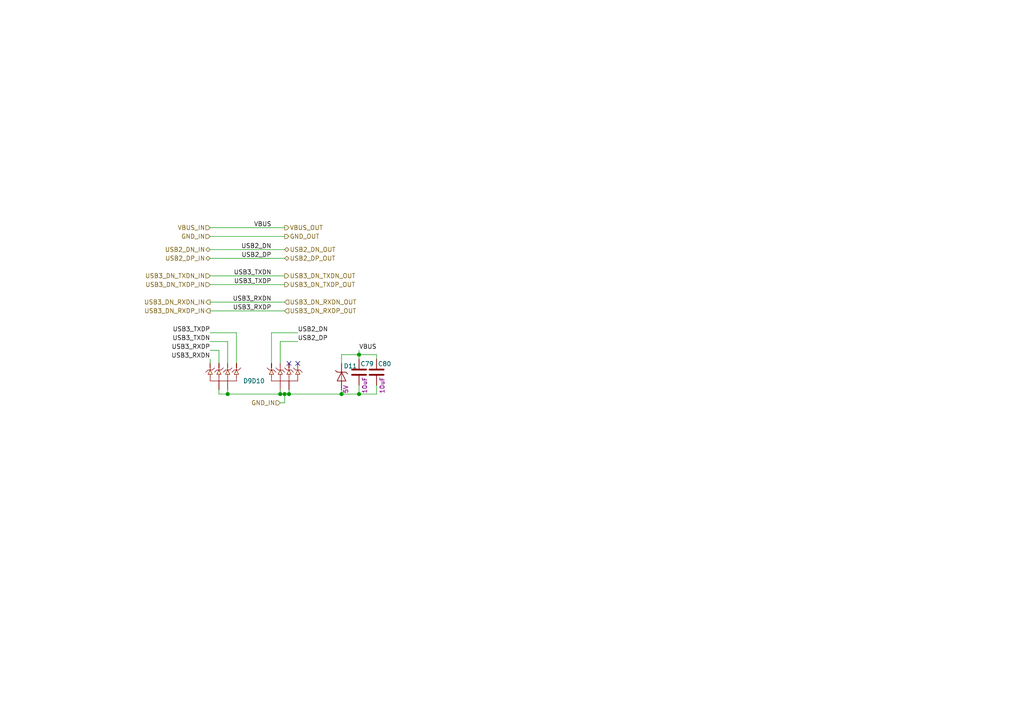
<source format=kicad_sch>
(kicad_sch (version 20210606) (generator eeschema)

  (uuid 375e9281-0a12-4a26-a971-15fe2687d67c)

  (paper "A4")

  (lib_symbols
    (symbol "capacitors:GRM21BR61H106ME43" (pin_numbers hide) (pin_names (offset 0.254)) (in_bom yes) (on_board yes)
      (property "Reference" "C" (id 0) (at 0.635 2.54 0)
        (effects (font (size 1.27 1.27)) (justify left))
      )
      (property "Value" "GRM21BR61H106ME43" (id 1) (at 0.635 -2.54 0)
        (effects (font (size 1.27 1.27)) (justify left) hide)
      )
      (property "Footprint" "footprints:CAPACITOR_0805N" (id 2) (at 0.9652 -3.81 0)
        (effects (font (size 1.27 1.27)) hide)
      )
      (property "Datasheet" "" (id 3) (at 0 0 0)
        (effects (font (size 1.27 1.27)) hide)
      )
      (property "id" "10uF" (id 4) (at -3.81 2.54 0)
        (effects (font (size 1.27 1.27)))
      )
      (property "manf" "Murata Electronics" (id 5) (at 0 0 0)
        (effects (font (size 1.27 1.27)) hide)
      )
      (property "ki_keywords" "10uF ±20% 50V Ceramic Capacitor X5R 0805 (2012 Metric)" (id 6) (at 0 0 0)
        (effects (font (size 1.27 1.27)) hide)
      )
      (property "ki_description" "10uF ±20% 50V Ceramic Capacitor X5R 0805 (2012 Metric)" (id 7) (at 0 0 0)
        (effects (font (size 1.27 1.27)) hide)
      )
      (property "ki_fp_filters" "C_*" (id 8) (at 0 0 0)
        (effects (font (size 1.27 1.27)) hide)
      )
      (symbol "GRM21BR61H106ME43_0_1"
        (polyline
          (pts
            (xy -2.032 -0.762)
            (xy 2.032 -0.762)
          )
          (stroke (width 0.508)) (fill (type none))
        )
        (polyline
          (pts
            (xy -2.032 0.762)
            (xy 2.032 0.762)
          )
          (stroke (width 0.508)) (fill (type none))
        )
      )
      (symbol "GRM21BR61H106ME43_1_1"
        (pin passive line (at 0 3.81 270) (length 2.794)
          (name "~" (effects (font (size 1.27 1.27))))
          (number "1" (effects (font (size 1.27 1.27))))
        )
        (pin passive line (at 0 -3.81 90) (length 2.794)
          (name "~" (effects (font (size 1.27 1.27))))
          (number "2" (effects (font (size 1.27 1.27))))
        )
      )
    )
    (symbol "diodes:ESD9X3.3ST5G" (pin_numbers hide) (pin_names (offset 1.016) hide) (in_bom yes) (on_board yes)
      (property "Reference" "D" (id 0) (at 0 2.54 0)
        (effects (font (size 1.27 1.27)))
      )
      (property "Value" "ESD9X3.3ST5G" (id 1) (at 0 -2.54 0)
        (effects (font (size 1.27 1.27)) hide)
      )
      (property "Footprint" "footprints:SODFL1006X43N" (id 2) (at 0 0 0)
        (effects (font (size 1.27 1.27)) hide)
      )
      (property "Datasheet" "" (id 3) (at 0 0 0)
        (effects (font (size 1.27 1.27)) hide)
      )
      (property "id" "5V" (id 4) (at 0 0 0)
        (effects (font (size 1.27 1.27)))
      )
      (property "manf" "ON Semiconductor" (id 5) (at 0 0 0)
        (effects (font (size 1.27 1.27)) hide)
      )
      (property "ki_keywords" "10.4V Clamp 9.8A (8/20µs) Ipp Tvs Diode Surface Mount SOD-923" (id 6) (at 0 0 0)
        (effects (font (size 1.27 1.27)) hide)
      )
      (property "ki_description" "10.4V Clamp 9.8A (8/20µs) Ipp Tvs Diode Surface Mount SOD-923" (id 7) (at 0 0 0)
        (effects (font (size 1.27 1.27)) hide)
      )
      (symbol "ESD9X3.3ST5G_0_1"
        (polyline
          (pts
            (xy -1.27 -1.27)
            (xy -1.778 -1.778)
          )
          (stroke (width 0.2032)) (fill (type none))
        )
        (polyline
          (pts
            (xy -1.27 1.27)
            (xy -1.27 -1.27)
          )
          (stroke (width 0.2032)) (fill (type none))
        )
        (polyline
          (pts
            (xy -1.27 1.27)
            (xy -0.762 1.778)
          )
          (stroke (width 0.2032)) (fill (type none))
        )
        (polyline
          (pts
            (xy 1.27 0)
            (xy -1.27 0)
          )
          (stroke (width 0)) (fill (type none))
        )
        (polyline
          (pts
            (xy 1.27 1.27)
            (xy 1.27 -1.27)
            (xy -1.27 0)
            (xy 1.27 1.27)
          )
          (stroke (width 0.2032)) (fill (type none))
        )
      )
      (symbol "ESD9X3.3ST5G_1_1"
        (pin passive line (at 3.81 0 180) (length 2.54)
          (name "A" (effects (font (size 1.27 1.27))))
          (number "A" (effects (font (size 1.27 1.27))))
        )
        (pin passive line (at -3.81 0 0) (length 2.54)
          (name "C" (effects (font (size 1.27 1.27))))
          (number "C" (effects (font (size 1.27 1.27))))
        )
      )
    )
    (symbol "mte_usb_hub:ESD8004MUTAG" (pin_numbers hide) (pin_names (offset 1.016) hide) (in_bom yes) (on_board yes)
      (property "Reference" "D" (id 0) (at 0 0 0)
        (effects (font (size 1.27 1.27)))
      )
      (property "Value" "ESD8004MUTAG" (id 1) (at 0 17.78 0)
        (effects (font (size 1.27 1.27)) hide)
      )
      (property "Footprint" "" (id 2) (at 0 0 0)
        (effects (font (size 1.27 1.27)) hide)
      )
      (property "Datasheet" "" (id 3) (at 0 0 0)
        (effects (font (size 1.27 1.27)) hide)
      )
      (property "id" "ESD8004MUTAG" (id 4) (at 0 17.78 0)
        (effects (font (size 1.27 1.27)) hide)
      )
      (property "manf" "ON Semiconductor" (id 5) (at 0 17.78 0)
        (effects (font (size 1.27 1.27)) hide)
      )
      (property "ki_keywords" "8V (Typ) Clamp 16A Ipp Tvs Diode Surface Mount 10-UDFN (2.5x1)" (id 6) (at 0 0 0)
        (effects (font (size 1.27 1.27)) hide)
      )
      (property "ki_description" "8V (Typ) Clamp 16A Ipp Tvs Diode Surface Mount 10-UDFN (2.5x1)" (id 7) (at 0 0 0)
        (effects (font (size 1.27 1.27)) hide)
      )
      (symbol "ESD8004MUTAG_0_1"
        (polyline
          (pts
            (xy -3.81 0)
            (xy 3.81 0)
          )
          (stroke (width 0)) (fill (type none))
        )
        (polyline
          (pts
            (xy -3.81 1.27)
            (xy -3.81 0)
          )
          (stroke (width 0)) (fill (type none))
        )
        (polyline
          (pts
            (xy -3.81 1.905)
            (xy -3.81 1.27)
          )
          (stroke (width 0)) (fill (type none))
        )
        (polyline
          (pts
            (xy -3.81 3.175)
            (xy -3.81 3.81)
          )
          (stroke (width 0)) (fill (type none))
        )
        (polyline
          (pts
            (xy 1.27 1.27)
            (xy 1.27 0)
          )
          (stroke (width 0)) (fill (type none))
        )
        (polyline
          (pts
            (xy 1.27 1.905)
            (xy 1.27 1.27)
          )
          (stroke (width 0)) (fill (type none))
        )
        (polyline
          (pts
            (xy 1.27 3.175)
            (xy 1.27 3.81)
          )
          (stroke (width 0)) (fill (type none))
        )
        (polyline
          (pts
            (xy -3.81 3.175)
            (xy -4.445 3.175)
            (xy -5.08 2.54)
          )
          (stroke (width 0)) (fill (type none))
        )
        (polyline
          (pts
            (xy -3.81 3.175)
            (xy -3.175 3.175)
            (xy -2.54 3.81)
          )
          (stroke (width 0)) (fill (type none))
        )
        (polyline
          (pts
            (xy 1.27 3.175)
            (xy 0.635 3.175)
            (xy 0 2.54)
          )
          (stroke (width 0)) (fill (type none))
        )
        (polyline
          (pts
            (xy 1.27 3.175)
            (xy 1.905 3.175)
            (xy 2.54 3.81)
          )
          (stroke (width 0)) (fill (type none))
        )
        (polyline
          (pts
            (xy -3.81 3.175)
            (xy -4.445 1.905)
            (xy -3.175 1.905)
            (xy -3.81 3.175)
          )
          (stroke (width 0)) (fill (type background))
        )
        (polyline
          (pts
            (xy 1.27 3.175)
            (xy 0.635 1.905)
            (xy 1.905 1.905)
            (xy 1.27 3.175)
          )
          (stroke (width 0)) (fill (type background))
        )
      )
      (symbol "ESD8004MUTAG_1_1"
        (polyline
          (pts
            (xy -1.27 1.27)
            (xy -1.27 0)
          )
          (stroke (width 0)) (fill (type none))
        )
        (polyline
          (pts
            (xy -1.27 1.905)
            (xy -1.27 1.27)
          )
          (stroke (width 0)) (fill (type none))
        )
        (polyline
          (pts
            (xy -1.27 3.175)
            (xy -1.27 3.81)
          )
          (stroke (width 0)) (fill (type none))
        )
        (polyline
          (pts
            (xy 3.81 1.27)
            (xy 3.81 0)
          )
          (stroke (width 0)) (fill (type none))
        )
        (polyline
          (pts
            (xy 3.81 1.905)
            (xy 3.81 1.27)
          )
          (stroke (width 0)) (fill (type none))
        )
        (polyline
          (pts
            (xy 3.81 3.175)
            (xy 3.81 3.81)
          )
          (stroke (width 0)) (fill (type none))
        )
        (polyline
          (pts
            (xy -1.27 3.175)
            (xy -1.905 3.175)
            (xy -2.54 2.54)
          )
          (stroke (width 0)) (fill (type none))
        )
        (polyline
          (pts
            (xy -1.27 3.175)
            (xy -0.635 3.175)
            (xy 0 3.81)
          )
          (stroke (width 0)) (fill (type none))
        )
        (polyline
          (pts
            (xy 3.81 3.175)
            (xy 3.175 3.175)
            (xy 2.54 2.54)
          )
          (stroke (width 0)) (fill (type none))
        )
        (polyline
          (pts
            (xy 3.81 3.175)
            (xy 4.445 3.175)
            (xy 5.08 3.81)
          )
          (stroke (width 0)) (fill (type none))
        )
        (polyline
          (pts
            (xy -1.27 3.175)
            (xy -1.905 1.905)
            (xy -0.635 1.905)
            (xy -1.27 3.175)
          )
          (stroke (width 0)) (fill (type background))
        )
        (polyline
          (pts
            (xy 3.81 3.175)
            (xy 3.175 1.905)
            (xy 4.445 1.905)
            (xy 3.81 3.175)
          )
          (stroke (width 0)) (fill (type background))
        )
        (pin passive line (at -3.81 5.08 270) (length 1.27)
          (name "~" (effects (font (size 1.27 1.27))))
          (number "1" (effects (font (size 1.27 1.27))))
        )
        (pin passive line (at -3.81 5.08 270) (length 1.27)
          (name "~" (effects (font (size 1.27 1.27))))
          (number "10" (effects (font (size 1.27 1.27))))
        )
        (pin passive line (at -1.27 5.08 270) (length 1.27)
          (name "~" (effects (font (size 1.27 1.27))))
          (number "2" (effects (font (size 1.27 1.27))))
        )
        (pin passive line (at -1.27 -2.54 90) (length 2.54)
          (name "~" (effects (font (size 1.27 1.27))))
          (number "3" (effects (font (size 1.27 1.27))))
        )
        (pin passive line (at 1.27 5.08 270) (length 1.27)
          (name "~" (effects (font (size 1.27 1.27))))
          (number "4" (effects (font (size 1.27 1.27))))
        )
        (pin passive line (at 3.81 5.08 270) (length 1.27)
          (name "~" (effects (font (size 1.27 1.27))))
          (number "5" (effects (font (size 1.27 1.27))))
        )
        (pin passive line (at 3.81 5.08 270) (length 1.27)
          (name "~" (effects (font (size 1.27 1.27))))
          (number "6" (effects (font (size 1.27 1.27))))
        )
        (pin passive line (at 1.27 5.08 270) (length 1.27)
          (name "~" (effects (font (size 1.27 1.27))))
          (number "7" (effects (font (size 1.27 1.27))))
        )
        (pin passive line (at 1.27 -2.54 90) (length 2.54)
          (name "~" (effects (font (size 1.27 1.27))))
          (number "8" (effects (font (size 1.27 1.27))))
        )
        (pin passive line (at -1.27 5.08 270) (length 1.27)
          (name "~" (effects (font (size 1.27 1.27))))
          (number "9" (effects (font (size 1.27 1.27))))
        )
      )
    )
  )

  (junction (at 66.04 114.3) (diameter 1.016) (color 0 0 0 0))
  (junction (at 81.28 114.3) (diameter 1.016) (color 0 0 0 0))
  (junction (at 82.55 114.3) (diameter 1.016) (color 0 0 0 0))
  (junction (at 83.82 114.3) (diameter 1.016) (color 0 0 0 0))
  (junction (at 99.06 114.3) (diameter 1.016) (color 0 0 0 0))
  (junction (at 104.14 102.87) (diameter 1.016) (color 0 0 0 0))
  (junction (at 104.14 114.3) (diameter 1.016) (color 0 0 0 0))

  (no_connect (at 83.82 105.41) (uuid adb85b19-5df4-48dc-a7a5-0c18a809c73e))
  (no_connect (at 86.36 105.41) (uuid adb85b19-5df4-48dc-a7a5-0c18a809c73e))

  (wire (pts (xy 60.96 66.04) (xy 82.55 66.04))
    (stroke (width 0) (type solid) (color 0 0 0 0))
    (uuid eb8cacda-e33d-4e16-9f65-1f7fe6d984b7)
  )
  (wire (pts (xy 60.96 68.58) (xy 82.55 68.58))
    (stroke (width 0) (type solid) (color 0 0 0 0))
    (uuid e0ab642e-6334-45d8-9ee9-b297391f0b2f)
  )
  (wire (pts (xy 60.96 72.39) (xy 82.55 72.39))
    (stroke (width 0) (type solid) (color 0 0 0 0))
    (uuid 462f6a91-e2d0-4e3b-b053-a02d2639d7b9)
  )
  (wire (pts (xy 60.96 74.93) (xy 82.55 74.93))
    (stroke (width 0) (type solid) (color 0 0 0 0))
    (uuid 3778d9f8-683a-45b2-9850-dc2577dde114)
  )
  (wire (pts (xy 60.96 80.01) (xy 82.55 80.01))
    (stroke (width 0) (type solid) (color 0 0 0 0))
    (uuid ce05beca-c29f-4418-9a32-1d94308ff237)
  )
  (wire (pts (xy 60.96 82.55) (xy 82.55 82.55))
    (stroke (width 0) (type solid) (color 0 0 0 0))
    (uuid 9d5c48fb-8a58-4c29-aa8d-deaa57b1ee81)
  )
  (wire (pts (xy 60.96 87.63) (xy 82.55 87.63))
    (stroke (width 0) (type solid) (color 0 0 0 0))
    (uuid bbc7b949-5361-4255-90c9-f5b5267d301f)
  )
  (wire (pts (xy 60.96 90.17) (xy 82.55 90.17))
    (stroke (width 0) (type solid) (color 0 0 0 0))
    (uuid 0202cb86-2da4-4f40-a7d1-39df992800a6)
  )
  (wire (pts (xy 60.96 104.14) (xy 60.96 105.41))
    (stroke (width 0) (type solid) (color 0 0 0 0))
    (uuid f65622bc-16ee-4a86-92a0-8c2ca350e0cf)
  )
  (wire (pts (xy 63.5 101.6) (xy 60.96 101.6))
    (stroke (width 0) (type solid) (color 0 0 0 0))
    (uuid bca238c4-c618-4745-a409-3194ffe93999)
  )
  (wire (pts (xy 63.5 105.41) (xy 63.5 101.6))
    (stroke (width 0) (type solid) (color 0 0 0 0))
    (uuid bca238c4-c618-4745-a409-3194ffe93999)
  )
  (wire (pts (xy 63.5 113.03) (xy 63.5 114.3))
    (stroke (width 0) (type solid) (color 0 0 0 0))
    (uuid 5a62d24a-5445-47e3-91b5-79d200b5d5a9)
  )
  (wire (pts (xy 63.5 114.3) (xy 66.04 114.3))
    (stroke (width 0) (type solid) (color 0 0 0 0))
    (uuid f8c58f5e-e2b0-40a9-ab10-ab55990bfb23)
  )
  (wire (pts (xy 66.04 99.06) (xy 60.96 99.06))
    (stroke (width 0) (type solid) (color 0 0 0 0))
    (uuid 97d8151b-2b60-432b-85b0-0478a6bdb062)
  )
  (wire (pts (xy 66.04 105.41) (xy 66.04 99.06))
    (stroke (width 0) (type solid) (color 0 0 0 0))
    (uuid 97d8151b-2b60-432b-85b0-0478a6bdb062)
  )
  (wire (pts (xy 66.04 113.03) (xy 66.04 114.3))
    (stroke (width 0) (type solid) (color 0 0 0 0))
    (uuid f8c58f5e-e2b0-40a9-ab10-ab55990bfb23)
  )
  (wire (pts (xy 66.04 114.3) (xy 81.28 114.3))
    (stroke (width 0) (type solid) (color 0 0 0 0))
    (uuid ed3b304c-eebe-4e14-9743-caf2b1b4f628)
  )
  (wire (pts (xy 68.58 96.52) (xy 60.96 96.52))
    (stroke (width 0) (type solid) (color 0 0 0 0))
    (uuid cbafb4d8-e08c-4d81-be24-1976a2f2c0f0)
  )
  (wire (pts (xy 68.58 105.41) (xy 68.58 96.52))
    (stroke (width 0) (type solid) (color 0 0 0 0))
    (uuid cbafb4d8-e08c-4d81-be24-1976a2f2c0f0)
  )
  (wire (pts (xy 78.74 96.52) (xy 86.36 96.52))
    (stroke (width 0) (type solid) (color 0 0 0 0))
    (uuid 99ad5869-d453-4e0e-9fa5-c764109f4ba6)
  )
  (wire (pts (xy 78.74 105.41) (xy 78.74 96.52))
    (stroke (width 0) (type solid) (color 0 0 0 0))
    (uuid cde0d7be-8313-4a4b-91a8-d9e572e6efe9)
  )
  (wire (pts (xy 81.28 99.06) (xy 86.36 99.06))
    (stroke (width 0) (type solid) (color 0 0 0 0))
    (uuid 8c37178f-9180-430c-8bca-7813ed136331)
  )
  (wire (pts (xy 81.28 105.41) (xy 81.28 99.06))
    (stroke (width 0) (type solid) (color 0 0 0 0))
    (uuid cb1395a1-b7a0-4161-9c77-036191993eaa)
  )
  (wire (pts (xy 81.28 113.03) (xy 81.28 114.3))
    (stroke (width 0) (type solid) (color 0 0 0 0))
    (uuid ed3b304c-eebe-4e14-9743-caf2b1b4f628)
  )
  (wire (pts (xy 81.28 114.3) (xy 82.55 114.3))
    (stroke (width 0) (type solid) (color 0 0 0 0))
    (uuid 188c5894-f1c1-4422-b0a4-bde0ce0e0b7f)
  )
  (wire (pts (xy 81.28 116.84) (xy 82.55 116.84))
    (stroke (width 0) (type solid) (color 0 0 0 0))
    (uuid 5a62d24a-5445-47e3-91b5-79d200b5d5a9)
  )
  (wire (pts (xy 82.55 114.3) (xy 83.82 114.3))
    (stroke (width 0) (type solid) (color 0 0 0 0))
    (uuid 188c5894-f1c1-4422-b0a4-bde0ce0e0b7f)
  )
  (wire (pts (xy 82.55 116.84) (xy 82.55 114.3))
    (stroke (width 0) (type solid) (color 0 0 0 0))
    (uuid 5a62d24a-5445-47e3-91b5-79d200b5d5a9)
  )
  (wire (pts (xy 83.82 113.03) (xy 83.82 114.3))
    (stroke (width 0) (type solid) (color 0 0 0 0))
    (uuid 188c5894-f1c1-4422-b0a4-bde0ce0e0b7f)
  )
  (wire (pts (xy 99.06 102.87) (xy 99.06 105.41))
    (stroke (width 0) (type solid) (color 0 0 0 0))
    (uuid daced3d4-727b-4675-98da-e3e2eb76a2fb)
  )
  (wire (pts (xy 99.06 102.87) (xy 104.14 102.87))
    (stroke (width 0) (type solid) (color 0 0 0 0))
    (uuid 47556ca4-f882-4427-9989-0c6b5e3e7a75)
  )
  (wire (pts (xy 99.06 113.03) (xy 99.06 114.3))
    (stroke (width 0) (type solid) (color 0 0 0 0))
    (uuid e9172647-c30d-4952-8d66-aed8e54ce37e)
  )
  (wire (pts (xy 99.06 114.3) (xy 83.82 114.3))
    (stroke (width 0) (type solid) (color 0 0 0 0))
    (uuid e9172647-c30d-4952-8d66-aed8e54ce37e)
  )
  (wire (pts (xy 104.14 101.6) (xy 104.14 102.87))
    (stroke (width 0) (type solid) (color 0 0 0 0))
    (uuid 2ec9411f-166a-463b-98a8-9db826932cdf)
  )
  (wire (pts (xy 104.14 102.87) (xy 109.22 102.87))
    (stroke (width 0) (type solid) (color 0 0 0 0))
    (uuid 47556ca4-f882-4427-9989-0c6b5e3e7a75)
  )
  (wire (pts (xy 104.14 104.14) (xy 104.14 102.87))
    (stroke (width 0) (type solid) (color 0 0 0 0))
    (uuid 47556ca4-f882-4427-9989-0c6b5e3e7a75)
  )
  (wire (pts (xy 104.14 111.76) (xy 104.14 114.3))
    (stroke (width 0) (type solid) (color 0 0 0 0))
    (uuid ac10b0f6-c732-47fd-a06b-2e60cb0af3fd)
  )
  (wire (pts (xy 104.14 114.3) (xy 99.06 114.3))
    (stroke (width 0) (type solid) (color 0 0 0 0))
    (uuid 90a8150d-37de-4536-a387-d335072539e3)
  )
  (wire (pts (xy 104.14 114.3) (xy 109.22 114.3))
    (stroke (width 0) (type solid) (color 0 0 0 0))
    (uuid 90a8150d-37de-4536-a387-d335072539e3)
  )
  (wire (pts (xy 109.22 104.14) (xy 109.22 102.87))
    (stroke (width 0) (type solid) (color 0 0 0 0))
    (uuid 8539f41f-9931-4751-a3b3-d9d8197ad61a)
  )
  (wire (pts (xy 109.22 111.76) (xy 109.22 114.3))
    (stroke (width 0) (type solid) (color 0 0 0 0))
    (uuid 90a8150d-37de-4536-a387-d335072539e3)
  )

  (label "USB3_TXDP" (at 60.96 96.52 180)
    (effects (font (size 1.27 1.27)) (justify right bottom))
    (uuid dc6ef7f8-b0ae-4fb1-8907-c8698aa9ea4e)
  )
  (label "USB3_TXDN" (at 60.96 99.06 180)
    (effects (font (size 1.27 1.27)) (justify right bottom))
    (uuid f22e98b5-841d-4061-92bf-8cb85d403ac8)
  )
  (label "USB3_RXDP" (at 60.96 101.6 180)
    (effects (font (size 1.27 1.27)) (justify right bottom))
    (uuid 0fd5a59f-5cdd-4832-8100-db1eb97f35e7)
  )
  (label "USB3_RXDN" (at 60.96 104.14 180)
    (effects (font (size 1.27 1.27)) (justify right bottom))
    (uuid c39de0a2-364d-45e3-af7f-428473ac97b2)
  )
  (label "VBUS" (at 78.74 66.04 180)
    (effects (font (size 1.27 1.27)) (justify right bottom))
    (uuid 6a87589f-40ac-4b36-9e59-a8e858d562ef)
  )
  (label "USB2_DN" (at 78.74 72.39 180)
    (effects (font (size 1.27 1.27)) (justify right bottom))
    (uuid ff9412ba-2e0b-41e8-8646-986bcb5030cb)
  )
  (label "USB2_DP" (at 78.74 74.93 180)
    (effects (font (size 1.27 1.27)) (justify right bottom))
    (uuid af191580-57f8-4738-b584-20b5ec0aaa63)
  )
  (label "USB3_TXDN" (at 78.74 80.01 180)
    (effects (font (size 1.27 1.27)) (justify right bottom))
    (uuid 4af3ddd3-8ef4-4dfa-859a-03adbfb347d6)
  )
  (label "USB3_TXDP" (at 78.74 82.55 180)
    (effects (font (size 1.27 1.27)) (justify right bottom))
    (uuid 35ba6d20-46c5-4514-95f3-219232ccf087)
  )
  (label "USB3_RXDN" (at 78.74 87.63 180)
    (effects (font (size 1.27 1.27)) (justify right bottom))
    (uuid dfe9d303-7361-478e-bac9-b7f535d0575f)
  )
  (label "USB3_RXDP" (at 78.74 90.17 180)
    (effects (font (size 1.27 1.27)) (justify right bottom))
    (uuid dedacc9a-41e2-4a74-b8ae-f035b7540586)
  )
  (label "USB2_DN" (at 86.36 96.52 0)
    (effects (font (size 1.27 1.27)) (justify left bottom))
    (uuid 5584cc5e-1d14-43ee-83dd-9b04e04b1d34)
  )
  (label "USB2_DP" (at 86.36 99.06 0)
    (effects (font (size 1.27 1.27)) (justify left bottom))
    (uuid 0e6775d4-d966-440d-8860-9c05b938c78d)
  )
  (label "VBUS" (at 104.14 101.6 0)
    (effects (font (size 1.27 1.27)) (justify left bottom))
    (uuid 95c45c3f-c9ee-4f20-af24-48b194adbd29)
  )

  (hierarchical_label "VBUS_IN" (shape input) (at 60.96 66.04 180)
    (effects (font (size 1.27 1.27)) (justify right))
    (uuid 44a4ad65-0e54-4e43-a3ae-4590abdd2f2e)
  )
  (hierarchical_label "GND_IN" (shape input) (at 60.96 68.58 180)
    (effects (font (size 1.27 1.27)) (justify right))
    (uuid e682bea1-37dd-48dd-887d-943e34af548c)
  )
  (hierarchical_label "USB2_DN_IN" (shape bidirectional) (at 60.96 72.39 180)
    (effects (font (size 1.27 1.27)) (justify right))
    (uuid 1ef1c7f3-0194-4e58-a121-2f0ebe3be16d)
  )
  (hierarchical_label "USB2_DP_IN" (shape bidirectional) (at 60.96 74.93 180)
    (effects (font (size 1.27 1.27)) (justify right))
    (uuid 029e555e-1ee8-49da-94a4-ae5906abcb5f)
  )
  (hierarchical_label "USB3_DN_TXDN_IN" (shape input) (at 60.96 80.01 180)
    (effects (font (size 1.27 1.27)) (justify right))
    (uuid cc6782d3-8ec4-46c2-b6e6-75109b1c50d7)
  )
  (hierarchical_label "USB3_DN_TXDP_IN" (shape input) (at 60.96 82.55 180)
    (effects (font (size 1.27 1.27)) (justify right))
    (uuid 27b53035-1608-45b0-81ac-6d8185eee40a)
  )
  (hierarchical_label "USB3_DN_RXDN_IN" (shape output) (at 60.96 87.63 180)
    (effects (font (size 1.27 1.27)) (justify right))
    (uuid 02d3671a-c8af-466a-bdf6-4228f627cdb9)
  )
  (hierarchical_label "USB3_DN_RXDP_IN" (shape output) (at 60.96 90.17 180)
    (effects (font (size 1.27 1.27)) (justify right))
    (uuid d4578322-e3f8-4656-a5e7-9f9b644c9565)
  )
  (hierarchical_label "GND_IN" (shape input) (at 81.28 116.84 180)
    (effects (font (size 1.27 1.27)) (justify right))
    (uuid d76eb99a-2112-47dc-9498-029a9096438b)
  )
  (hierarchical_label "VBUS_OUT" (shape output) (at 82.55 66.04 0)
    (effects (font (size 1.27 1.27)) (justify left))
    (uuid 7d581147-512c-4d23-8cea-b41f1ffaa7b0)
  )
  (hierarchical_label "GND_OUT" (shape output) (at 82.55 68.58 0)
    (effects (font (size 1.27 1.27)) (justify left))
    (uuid 6a3d8468-6dff-4e33-b136-ba2c987a932a)
  )
  (hierarchical_label "USB2_DN_OUT" (shape bidirectional) (at 82.55 72.39 0)
    (effects (font (size 1.27 1.27)) (justify left))
    (uuid c9c0bbf0-4bac-4a19-a627-e989b21698a7)
  )
  (hierarchical_label "USB2_DP_OUT" (shape bidirectional) (at 82.55 74.93 0)
    (effects (font (size 1.27 1.27)) (justify left))
    (uuid 210e379a-306f-41ff-96bb-db26059a9ee6)
  )
  (hierarchical_label "USB3_DN_TXDN_OUT" (shape output) (at 82.55 80.01 0)
    (effects (font (size 1.27 1.27)) (justify left))
    (uuid d6f35056-a81b-4a47-bef4-af8f98cb5edd)
  )
  (hierarchical_label "USB3_DN_TXDP_OUT" (shape output) (at 82.55 82.55 0)
    (effects (font (size 1.27 1.27)) (justify left))
    (uuid 7e23e4fe-e482-4f66-aeef-94b8359f6ebd)
  )
  (hierarchical_label "USB3_DN_RXDN_OUT" (shape input) (at 82.55 87.63 0)
    (effects (font (size 1.27 1.27)) (justify left))
    (uuid 9f31f9a0-6087-4606-857c-67bf5a6fa9d8)
  )
  (hierarchical_label "USB3_DN_RXDP_OUT" (shape input) (at 82.55 90.17 0)
    (effects (font (size 1.27 1.27)) (justify left))
    (uuid a0a47e16-df69-49e4-9df6-1b086bb68ec5)
  )

  (symbol (lib_id "diodes:ESD9X3.3ST5G") (at 99.06 109.22 270)
    (in_bom yes) (on_board yes)
    (uuid 60939622-080a-4154-b46c-2fd9a1ddaba3)
    (property "Reference" "D11" (id 0) (at 99.6697 106.1656 90)
      (effects (font (size 1.27 1.27)) (justify left))
    )
    (property "Value" "ESD9X3.3ST5G" (id 1) (at 96.52 109.22 0)
      (effects (font (size 1.27 1.27)) hide)
    )
    (property "Footprint" "mte_usb_footprints:SODFL1006X43N" (id 2) (at 99.06 109.22 0)
      (effects (font (size 1.27 1.27)) hide)
    )
    (property "Datasheet" "" (id 3) (at 99.06 109.22 0)
      (effects (font (size 1.27 1.27)) hide)
    )
    (property "id" "5V" (id 4) (at 100.3047 111.6393 0)
      (effects (font (size 1.27 1.27)) (justify left))
    )
    (property "manf" "ON Semiconductor" (id 5) (at 99.06 109.22 0)
      (effects (font (size 1.27 1.27)) hide)
    )
    (pin "A" (uuid 1f098ff7-ab60-4337-9014-4b2d54892acb))
    (pin "C" (uuid e0b87513-51a7-4801-ae85-24c48f753552))
  )

  (symbol (lib_id "capacitors:GRM21BR61H106ME43") (at 104.14 107.95 0)
    (in_bom yes) (on_board yes)
    (uuid c4bbd568-7c4e-479c-a825-291fbbbad209)
    (property "Reference" "C79" (id 0) (at 104.5211 105.5306 0)
      (effects (font (size 1.27 1.27)) (justify left))
    )
    (property "Value" "GRM21BR61H106ME43" (id 1) (at 104.775 110.49 0)
      (effects (font (size 1.27 1.27)) (justify left) hide)
    )
    (property "Footprint" "mte_usb_footprints:CAPACITOR_0805N" (id 2) (at 105.1052 111.76 0)
      (effects (font (size 1.27 1.27)) hide)
    )
    (property "Datasheet" "" (id 3) (at 104.14 107.95 0)
      (effects (font (size 1.27 1.27)) hide)
    )
    (property "id" "10uF" (id 4) (at 105.7911 114.1793 90)
      (effects (font (size 1.27 1.27)) (justify left))
    )
    (property "manf" "Murata Electronics" (id 5) (at 104.14 107.95 0)
      (effects (font (size 1.27 1.27)) hide)
    )
    (pin "1" (uuid 76f83a18-e1bd-4546-9206-845518e9b2c6))
    (pin "2" (uuid 57f8f726-715e-4ddc-945b-4bf268d83853))
  )

  (symbol (lib_id "capacitors:GRM21BR61H106ME43") (at 109.22 107.95 0)
    (in_bom yes) (on_board yes)
    (uuid a751ecdc-0df7-4bd4-b744-60b107085c48)
    (property "Reference" "C80" (id 0) (at 109.6011 105.5306 0)
      (effects (font (size 1.27 1.27)) (justify left))
    )
    (property "Value" "GRM21BR61H106ME43" (id 1) (at 109.855 110.49 0)
      (effects (font (size 1.27 1.27)) (justify left) hide)
    )
    (property "Footprint" "mte_usb_footprints:CAPACITOR_0805N" (id 2) (at 110.1852 111.76 0)
      (effects (font (size 1.27 1.27)) hide)
    )
    (property "Datasheet" "" (id 3) (at 109.22 107.95 0)
      (effects (font (size 1.27 1.27)) hide)
    )
    (property "id" "10uF" (id 4) (at 110.8711 114.1793 90)
      (effects (font (size 1.27 1.27)) (justify left))
    )
    (property "manf" "Murata Electronics" (id 5) (at 109.22 107.95 0)
      (effects (font (size 1.27 1.27)) hide)
    )
    (pin "1" (uuid 76f83a18-e1bd-4546-9206-845518e9b2c6))
    (pin "2" (uuid 57f8f726-715e-4ddc-945b-4bf268d83853))
  )

  (symbol (lib_id "mte_usb_hub:ESD8004MUTAG") (at 64.77 110.49 0)
    (in_bom yes) (on_board yes)
    (uuid 5e43479f-20e7-410e-8306-9989f87390f9)
    (property "Reference" "D9" (id 0) (at 70.4851 110.49 0)
      (effects (font (size 1.27 1.27)) (justify left))
    )
    (property "Value" "ESD8004MUTAG" (id 1) (at 64.77 110.49 0)
      (effects (font (size 1.27 1.27)) hide)
    )
    (property "Footprint" "mte_usb_footprints:ESD8004MUTAG" (id 2) (at 64.77 110.49 0)
      (effects (font (size 1.27 1.27)) hide)
    )
    (property "Datasheet" "" (id 3) (at 64.77 110.49 0)
      (effects (font (size 1.27 1.27)) hide)
    )
    (property "id" "ESD8004MUTAG" (id 4) (at 64.77 110.49 0)
      (effects (font (size 1.27 1.27)) hide)
    )
    (property "manf" "ON Semiconductor" (id 5) (at 64.77 110.49 0)
      (effects (font (size 1.27 1.27)) hide)
    )
    (pin "1" (uuid 18aec4f4-6d35-4579-a30b-b23d22c1724e))
    (pin "10" (uuid 6bc5e37b-c5d7-4c73-96f0-2c5ab9723e10))
    (pin "2" (uuid 41ff94db-4fb9-495c-ac84-89f64c5ea000))
    (pin "3" (uuid dfe49030-14d4-49e0-9c1b-91a80ecdeb17))
    (pin "4" (uuid 64450adf-1201-49eb-a0f7-d41607fe7dd8))
    (pin "5" (uuid 13e375a6-e796-4e7d-ab71-5555a0d4c212))
    (pin "6" (uuid dfae88b0-c2c2-429b-80e1-4ed63ca7ed94))
    (pin "7" (uuid fb4b8152-030a-4a24-8781-b04fd172db38))
    (pin "8" (uuid d6e88346-b0d0-4e8d-b3e8-4e6127a22a6e))
    (pin "9" (uuid 9bf147ca-4fdf-4591-920a-836aec38698c))
  )

  (symbol (lib_id "mte_usb_hub:ESD8004MUTAG") (at 82.55 110.49 0) (mirror y)
    (in_bom yes) (on_board yes)
    (uuid 7b122774-d246-4810-b150-c743f07bd1f0)
    (property "Reference" "D10" (id 0) (at 76.8349 110.49 0)
      (effects (font (size 1.27 1.27)) (justify left))
    )
    (property "Value" "ESD8004MUTAG" (id 1) (at 82.55 110.49 0)
      (effects (font (size 1.27 1.27)) hide)
    )
    (property "Footprint" "mte_usb_footprints:ESD8004MUTAG" (id 2) (at 82.55 110.49 0)
      (effects (font (size 1.27 1.27)) hide)
    )
    (property "Datasheet" "" (id 3) (at 82.55 110.49 0)
      (effects (font (size 1.27 1.27)) hide)
    )
    (property "id" "ESD8004MUTAG" (id 4) (at 82.55 110.49 0)
      (effects (font (size 1.27 1.27)) hide)
    )
    (property "manf" "ON Semiconductor" (id 5) (at 82.55 110.49 0)
      (effects (font (size 1.27 1.27)) hide)
    )
    (pin "1" (uuid 18aec4f4-6d35-4579-a30b-b23d22c1724e))
    (pin "10" (uuid 6bc5e37b-c5d7-4c73-96f0-2c5ab9723e10))
    (pin "2" (uuid 41ff94db-4fb9-495c-ac84-89f64c5ea000))
    (pin "3" (uuid dfe49030-14d4-49e0-9c1b-91a80ecdeb17))
    (pin "4" (uuid 64450adf-1201-49eb-a0f7-d41607fe7dd8))
    (pin "5" (uuid 13e375a6-e796-4e7d-ab71-5555a0d4c212))
    (pin "6" (uuid dfae88b0-c2c2-429b-80e1-4ed63ca7ed94))
    (pin "7" (uuid fb4b8152-030a-4a24-8781-b04fd172db38))
    (pin "8" (uuid d6e88346-b0d0-4e8d-b3e8-4e6127a22a6e))
    (pin "9" (uuid 9bf147ca-4fdf-4591-920a-836aec38698c))
  )
)

</source>
